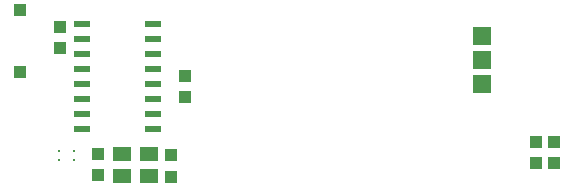
<source format=gbp>
G04 Layer_Color=128*
%FSLAX44Y44*%
%MOMM*%
G71*
G01*
G75*
%ADD13R,1.0000X1.0000*%
%ADD14R,1.0000X1.0000*%
%ADD16R,1.5000X1.2000*%
%ADD25O,0.3000X0.2000*%
%ADD48R,1.4000X0.6000*%
%ADD49R,1.5000X1.5000*%
%ADD50R,1.5000X1.5000*%
D13*
X109250Y-151130D02*
D03*
Y-99060D02*
D03*
D14*
X248920Y-172940D02*
D03*
Y-154970D02*
D03*
X175260Y-238980D02*
D03*
Y-221010D02*
D03*
X237490Y-222030D02*
D03*
Y-240000D02*
D03*
X143510Y-131030D02*
D03*
Y-113060D02*
D03*
X561340Y-210600D02*
D03*
Y-228570D02*
D03*
X546100Y-210600D02*
D03*
Y-228570D02*
D03*
D16*
X218948Y-220472D02*
D03*
Y-239776D02*
D03*
X196342D02*
D03*
Y-220472D02*
D03*
D25*
X155194Y-218084D02*
D03*
Y-225552D02*
D03*
X142240Y-218084D02*
D03*
Y-225552D02*
D03*
D48*
X162250Y-199390D02*
D03*
Y-186690D02*
D03*
Y-173990D02*
D03*
Y-161290D02*
D03*
Y-148590D02*
D03*
Y-135890D02*
D03*
Y-123190D02*
D03*
Y-110490D02*
D03*
X222250Y-199390D02*
D03*
Y-186690D02*
D03*
Y-173990D02*
D03*
Y-161290D02*
D03*
Y-148590D02*
D03*
Y-135890D02*
D03*
Y-123190D02*
D03*
Y-110490D02*
D03*
D49*
X500380Y-161290D02*
D03*
D50*
Y-140970D02*
D03*
Y-120650D02*
D03*
M02*

</source>
